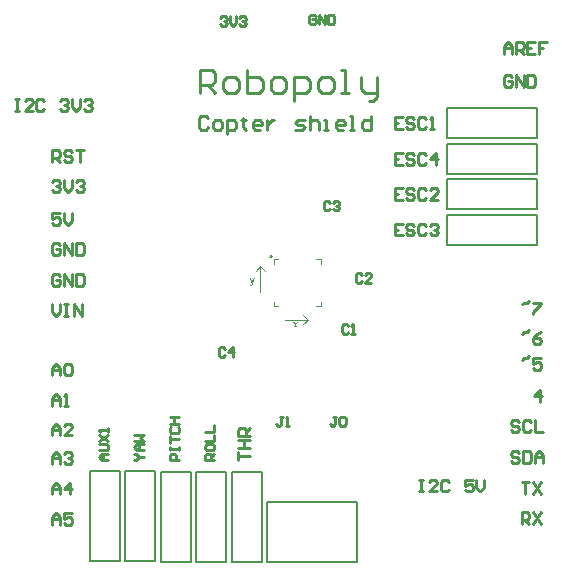
<source format=gto>
%FSAX42Y42*%
%MOMM*%
G71*
G01*
G75*
G04 Layer_Color=65535*
%ADD10R,1.30X1.60*%
%ADD11R,1.60X1.30*%
%ADD12R,0.80X0.33*%
%ADD13R,0.33X0.80*%
%ADD14C,0.25*%
%ADD15C,0.24*%
G04:AMPARAMS|DCode=16|XSize=3mm|YSize=1.5mm|CornerRadius=0mm|HoleSize=0mm|Usage=FLASHONLY|Rotation=0.000|XOffset=0mm|YOffset=0mm|HoleType=Round|Shape=Octagon|*
%AMOCTAGOND16*
4,1,8,1.50,-0.38,1.50,0.38,1.13,0.75,-1.13,0.75,-1.50,0.38,-1.50,-0.38,-1.13,-0.75,1.13,-0.75,1.50,-0.38,0.0*
%
%ADD16OCTAGOND16*%

%ADD17C,1.50*%
%ADD18C,1.30*%
%ADD19R,1.50X1.50*%
%ADD20R,1.50X1.50*%
%ADD21C,0.80*%
%ADD22R,1.10X0.60*%
%ADD23O,0.45X1.30*%
%ADD24C,0.20*%
%ADD25C,0.10*%
%ADD26C,0.08*%
%ADD27C,0.05*%
G36*
X004994Y004646D02*
X005011Y004622D01*
X005001D01*
X004992Y004637D01*
X004990Y004640D01*
X004977Y004622D01*
X004967D01*
X004984Y004646D01*
X004969Y004669D01*
X004978D01*
X004986Y004658D01*
X004986Y004658D01*
X004986Y004657D01*
X004986Y004657D01*
X004987Y004656D01*
X004988Y004654D01*
X004989Y004653D01*
X004989Y004653D01*
X004989Y004653D01*
X004990Y004654D01*
X004990Y004654D01*
X004991Y004655D01*
X004991Y004656D01*
X004992Y004658D01*
X005000Y004669D01*
X005010D01*
X004994Y004646D01*
D02*
G37*
G36*
X004625Y004992D02*
Y004992D01*
X004625Y004991D01*
X004625Y004991D01*
X004624Y004990D01*
X004624Y004990D01*
X004624Y004989D01*
X004623Y004988D01*
X004623Y004986D01*
X004622Y004984D01*
X004621Y004982D01*
X004621Y004982D01*
X004620Y004981D01*
X004620Y004981D01*
X004620Y004981D01*
X004620Y004980D01*
X004619Y004979D01*
X004618Y004978D01*
X004618Y004977D01*
X004617Y004976D01*
X004616Y004976D01*
X004616Y004975D01*
X004615Y004975D01*
X004615Y004975D01*
X004614Y004975D01*
X004613Y004974D01*
X004612Y004974D01*
X004611Y004974D01*
X004609Y004974D01*
X004609D01*
X004608Y004974D01*
X004608D01*
X004607Y004974D01*
X004606Y004974D01*
X004604Y004975D01*
X004603Y004982D01*
X004603D01*
X004604Y004982D01*
X004604Y004982D01*
X004605Y004982D01*
X004606Y004981D01*
X004608Y004981D01*
X004608D01*
X004609Y004981D01*
X004609D01*
X004611Y004982D01*
X004611Y004982D01*
X004612Y004982D01*
X004612D01*
X004612Y004982D01*
X004612Y004982D01*
X004613Y004983D01*
X004614Y004984D01*
X004615Y004985D01*
Y004985D01*
X004615Y004985D01*
X004615Y004985D01*
X004615Y004986D01*
X004615Y004987D01*
X004616Y004988D01*
X004616Y004989D01*
X004617Y004990D01*
X004617Y004991D01*
X004617Y004991D01*
X004617Y004992D01*
X004618Y004992D01*
X004600Y005039D01*
X004608D01*
X004618Y005012D01*
Y005012D01*
X004618Y005012D01*
X004618Y005012D01*
X004618Y005011D01*
X004619Y005010D01*
X004619Y005009D01*
X004620Y005007D01*
X004620Y005005D01*
X004621Y005004D01*
X004621Y005001D01*
Y005002D01*
X004622Y005002D01*
Y005002D01*
X004622Y005002D01*
X004622Y005003D01*
X004622Y005005D01*
X004623Y005006D01*
X004623Y005008D01*
X004624Y005010D01*
X004625Y005012D01*
X004635Y005039D01*
X004642D01*
X004625Y004992D01*
D02*
G37*
D14*
X004781Y005222D02*
G03*
X004781Y005222I-000006J000000D01*
G01*
X003400Y003500D02*
X003347D01*
X003320Y003527D01*
X003347Y003553D01*
X003400D01*
X003360D01*
Y003500D01*
X003320Y003580D02*
X003387D01*
X003400Y003593D01*
Y003620D01*
X003387Y003633D01*
X003320D01*
Y003660D02*
X003400Y003713D01*
X003320D02*
X003400Y003660D01*
Y003740D02*
Y003767D01*
Y003753D01*
X003320D01*
X003333Y003740D01*
X005433Y004634D02*
X005420Y004647D01*
X005393D01*
X005380Y004634D01*
Y004581D01*
X005393Y004567D01*
X005420D01*
X005433Y004581D01*
X005460Y004567D02*
X005487D01*
X005473D01*
Y004647D01*
X005460Y004634D01*
X005548Y005067D02*
X005535Y005080D01*
X005508D01*
X005495Y005067D01*
Y005013D01*
X005508Y005000D01*
X005535D01*
X005548Y005013D01*
X005628Y005000D02*
X005575D01*
X005628Y005053D01*
Y005067D01*
X005615Y005080D01*
X005588D01*
X005575Y005067D01*
X005278Y005679D02*
X005265Y005692D01*
X005238D01*
X005225Y005679D01*
Y005626D01*
X005238Y005612D01*
X005265D01*
X005278Y005626D01*
X005305Y005679D02*
X005318Y005692D01*
X005345D01*
X005358Y005679D01*
Y005666D01*
X005345Y005652D01*
X005332D01*
X005345D01*
X005358Y005639D01*
Y005626D01*
X005345Y005612D01*
X005318D01*
X005305Y005626D01*
X004388Y004442D02*
X004375Y004455D01*
X004348D01*
X004335Y004442D01*
Y004388D01*
X004348Y004375D01*
X004375D01*
X004388Y004388D01*
X004455Y004375D02*
Y004455D01*
X004415Y004415D01*
X004468D01*
X005892Y006400D02*
X005825D01*
Y006300D01*
X005892D01*
X005825Y006350D02*
X005858D01*
X005992Y006383D02*
X005975Y006400D01*
X005942D01*
X005925Y006383D01*
Y006367D01*
X005942Y006350D01*
X005975D01*
X005992Y006333D01*
Y006317D01*
X005975Y006300D01*
X005942D01*
X005925Y006317D01*
X006092Y006383D02*
X006075Y006400D01*
X006042D01*
X006025Y006383D01*
Y006317D01*
X006042Y006300D01*
X006075D01*
X006092Y006317D01*
X006125Y006300D02*
X006158D01*
X006142D01*
Y006400D01*
X006125Y006383D01*
X005892Y005800D02*
X005825D01*
Y005700D01*
X005892D01*
X005825Y005750D02*
X005858D01*
X005992Y005783D02*
X005975Y005800D01*
X005942D01*
X005925Y005783D01*
Y005767D01*
X005942Y005750D01*
X005975D01*
X005992Y005733D01*
Y005717D01*
X005975Y005700D01*
X005942D01*
X005925Y005717D01*
X006092Y005783D02*
X006075Y005800D01*
X006042D01*
X006025Y005783D01*
Y005717D01*
X006042Y005700D01*
X006075D01*
X006092Y005717D01*
X006192Y005700D02*
X006125D01*
X006192Y005767D01*
Y005783D01*
X006175Y005800D01*
X006142D01*
X006125Y005783D01*
X005892Y005500D02*
X005825D01*
Y005400D01*
X005892D01*
X005825Y005450D02*
X005858D01*
X005992Y005483D02*
X005975Y005500D01*
X005942D01*
X005925Y005483D01*
Y005467D01*
X005942Y005450D01*
X005975D01*
X005992Y005433D01*
Y005417D01*
X005975Y005400D01*
X005942D01*
X005925Y005417D01*
X006092Y005483D02*
X006075Y005500D01*
X006042D01*
X006025Y005483D01*
Y005417D01*
X006042Y005400D01*
X006075D01*
X006092Y005417D01*
X006125Y005483D02*
X006142Y005500D01*
X006175D01*
X006192Y005483D01*
Y005467D01*
X006175Y005450D01*
X006158D01*
X006175D01*
X006192Y005433D01*
Y005417D01*
X006175Y005400D01*
X006142D01*
X006125Y005417D01*
X005892Y006100D02*
X005825D01*
Y006000D01*
X005892D01*
X005825Y006050D02*
X005858D01*
X005992Y006083D02*
X005975Y006100D01*
X005942D01*
X005925Y006083D01*
Y006067D01*
X005942Y006050D01*
X005975D01*
X005992Y006033D01*
Y006017D01*
X005975Y006000D01*
X005942D01*
X005925Y006017D01*
X006092Y006083D02*
X006075Y006100D01*
X006042D01*
X006025Y006083D01*
Y006017D01*
X006042Y006000D01*
X006075D01*
X006092Y006017D01*
X006175Y006000D02*
Y006100D01*
X006125Y006050D01*
X006192D01*
X004000Y003500D02*
X003920D01*
Y003540D01*
X003933Y003553D01*
X003960D01*
X003973Y003540D01*
Y003500D01*
X003920Y003580D02*
Y003607D01*
Y003593D01*
X004000D01*
Y003580D01*
Y003607D01*
X003920Y003647D02*
Y003700D01*
Y003673D01*
X004000D01*
X003933Y003780D02*
X003920Y003767D01*
Y003740D01*
X003933Y003727D01*
X003987D01*
X004000Y003740D01*
Y003767D01*
X003987Y003780D01*
X003920Y003807D02*
X004000D01*
X003960D01*
Y003860D01*
X003920D01*
X004000D01*
X004300Y003500D02*
X004220D01*
Y003540D01*
X004233Y003553D01*
X004260D01*
X004273Y003540D01*
Y003500D01*
Y003527D02*
X004300Y003553D01*
X004220Y003620D02*
Y003593D01*
X004233Y003580D01*
X004287D01*
X004300Y003593D01*
Y003620D01*
X004287Y003633D01*
X004233D01*
X004220Y003620D01*
Y003660D02*
X004300D01*
Y003713D01*
X004220Y003740D02*
X004300D01*
Y003793D01*
X004500Y003500D02*
Y003567D01*
Y003533D01*
X004600D01*
X004500Y003600D02*
X004600D01*
X004550D01*
Y003667D01*
X004500D01*
X004600D01*
Y003700D02*
X004500D01*
Y003750D01*
X004517Y003767D01*
X004550D01*
X004567Y003750D01*
Y003700D01*
Y003733D02*
X004600Y003767D01*
X003620Y003500D02*
X003633D01*
X003660Y003527D01*
X003633Y003553D01*
X003620D01*
X003660Y003527D02*
X003700D01*
Y003580D02*
X003647D01*
X003620Y003607D01*
X003647Y003633D01*
X003700D01*
X003660D01*
Y003580D01*
X003620Y003660D02*
X003700D01*
X003673Y003687D01*
X003700Y003713D01*
X003620D01*
X004878Y003867D02*
X004852D01*
X004865D01*
Y003801D01*
X004852Y003788D01*
X004838D01*
X004825Y003801D01*
X004905Y003788D02*
X004932D01*
X004918D01*
Y003867D01*
X004905Y003854D01*
X005331Y003867D02*
X005304D01*
X005317D01*
Y003801D01*
X005304Y003788D01*
X005291D01*
X005278Y003801D01*
X005357Y003854D02*
X005371Y003867D01*
X005397D01*
X005411Y003854D01*
Y003801D01*
X005397Y003788D01*
X005371D01*
X005357Y003801D01*
Y003854D01*
X004350Y007242D02*
X004363Y007255D01*
X004390D01*
X004403Y007242D01*
Y007228D01*
X004390Y007215D01*
X004377D01*
X004390D01*
X004403Y007202D01*
Y007188D01*
X004390Y007175D01*
X004363D01*
X004350Y007188D01*
X004430Y007255D02*
Y007202D01*
X004457Y007175D01*
X004483Y007202D01*
Y007255D01*
X004510Y007242D02*
X004523Y007255D01*
X004550D01*
X004563Y007242D01*
Y007228D01*
X004550Y007215D01*
X004537D01*
X004550D01*
X004563Y007202D01*
Y007188D01*
X004550Y007175D01*
X004523D01*
X004510Y007188D01*
X004175Y006605D02*
Y006805D01*
X004275D01*
X004308Y006772D01*
Y006705D01*
X004275Y006672D01*
X004175D01*
X004242D02*
X004308Y006605D01*
X004408D02*
X004475D01*
X004508Y006638D01*
Y006705D01*
X004475Y006738D01*
X004408D01*
X004375Y006705D01*
Y006638D01*
X004408Y006605D01*
X004575Y006805D02*
Y006605D01*
X004675D01*
X004708Y006638D01*
Y006672D01*
Y006705D01*
X004675Y006738D01*
X004575D01*
X004808Y006605D02*
X004875D01*
X004908Y006638D01*
Y006705D01*
X004875Y006738D01*
X004808D01*
X004775Y006705D01*
Y006638D01*
X004808Y006605D01*
X004975Y006538D02*
Y006738D01*
X005075D01*
X005108Y006705D01*
Y006638D01*
X005075Y006605D01*
X004975D01*
X005208D02*
X005275D01*
X005308Y006638D01*
Y006705D01*
X005275Y006738D01*
X005208D01*
X005175Y006705D01*
Y006638D01*
X005208Y006605D01*
X005375D02*
X005441D01*
X005408D01*
Y006805D01*
X005375D01*
X005541Y006738D02*
Y006638D01*
X005575Y006605D01*
X005675D01*
Y006572D01*
X005641Y006538D01*
X005608D01*
X005675Y006605D02*
Y006738D01*
X004245Y006395D02*
X004225Y006415D01*
X004185D01*
X004165Y006395D01*
Y006315D01*
X004185Y006295D01*
X004225D01*
X004245Y006315D01*
X004305Y006295D02*
X004345D01*
X004365Y006315D01*
Y006355D01*
X004345Y006375D01*
X004305D01*
X004285Y006355D01*
Y006315D01*
X004305Y006295D01*
X004405Y006255D02*
Y006375D01*
X004465D01*
X004485Y006355D01*
Y006315D01*
X004465Y006295D01*
X004405D01*
X004545Y006395D02*
Y006375D01*
X004525D01*
X004565D01*
X004545D01*
Y006315D01*
X004565Y006295D01*
X004685D02*
X004645D01*
X004625Y006315D01*
Y006355D01*
X004645Y006375D01*
X004685D01*
X004705Y006355D01*
Y006335D01*
X004625D01*
X004745Y006375D02*
Y006295D01*
Y006335D01*
X004765Y006355D01*
X004785Y006375D01*
X004805D01*
X004985Y006295D02*
X005045D01*
X005065Y006315D01*
X005045Y006335D01*
X005005D01*
X004985Y006355D01*
X005005Y006375D01*
X005065D01*
X005105Y006415D02*
Y006295D01*
Y006355D01*
X005125Y006375D01*
X005165D01*
X005185Y006355D01*
Y006295D01*
X005225D02*
X005265D01*
X005245D01*
Y006375D01*
X005225D01*
X005385Y006295D02*
X005345D01*
X005325Y006315D01*
Y006355D01*
X005345Y006375D01*
X005385D01*
X005405Y006355D01*
Y006335D01*
X005325D01*
X005445Y006295D02*
X005485D01*
X005465D01*
Y006415D01*
X005445D01*
X005625D02*
Y006295D01*
X005565D01*
X005545Y006315D01*
Y006355D01*
X005565Y006375D01*
X005625D01*
X006035Y003332D02*
X006068D01*
X006052D01*
Y003233D01*
X006035D01*
X006068D01*
X006185D02*
X006118D01*
X006185Y003299D01*
Y003316D01*
X006168Y003332D01*
X006135D01*
X006118Y003316D01*
X006285D02*
X006268Y003332D01*
X006235D01*
X006218Y003316D01*
Y003249D01*
X006235Y003233D01*
X006268D01*
X006285Y003249D01*
X006485Y003332D02*
X006418D01*
Y003282D01*
X006452Y003299D01*
X006468D01*
X006485Y003282D01*
Y003249D01*
X006468Y003233D01*
X006435D01*
X006418Y003249D01*
X006518Y003332D02*
Y003266D01*
X006551Y003233D01*
X006585Y003266D01*
Y003332D01*
X002610Y006557D02*
X002643D01*
X002627D01*
Y006457D01*
X002610D01*
X002643D01*
X002760D02*
X002693D01*
X002760Y006524D01*
Y006541D01*
X002743Y006557D01*
X002710D01*
X002693Y006541D01*
X002860D02*
X002843Y006557D01*
X002810D01*
X002793Y006541D01*
Y006474D01*
X002810Y006457D01*
X002843D01*
X002860Y006474D01*
X002993Y006541D02*
X003010Y006557D01*
X003043D01*
X003060Y006541D01*
Y006524D01*
X003043Y006507D01*
X003027D01*
X003043D01*
X003060Y006491D01*
Y006474D01*
X003043Y006457D01*
X003010D01*
X002993Y006474D01*
X003093Y006557D02*
Y006491D01*
X003126Y006457D01*
X003160Y006491D01*
Y006557D01*
X003193Y006541D02*
X003210Y006557D01*
X003243D01*
X003260Y006541D01*
Y006524D01*
X003243Y006507D01*
X003226D01*
X003243D01*
X003260Y006491D01*
Y006474D01*
X003243Y006457D01*
X003210D01*
X003193Y006474D01*
X002925Y005856D02*
X002942Y005872D01*
X002975D01*
X002992Y005856D01*
Y005839D01*
X002975Y005822D01*
X002958D01*
X002975D01*
X002992Y005806D01*
Y005789D01*
X002975Y005772D01*
X002942D01*
X002925Y005789D01*
X003025Y005872D02*
Y005806D01*
X003058Y005772D01*
X003092Y005806D01*
Y005872D01*
X003125Y005856D02*
X003142Y005872D01*
X003175D01*
X003192Y005856D01*
Y005839D01*
X003175Y005822D01*
X003158D01*
X003175D01*
X003192Y005806D01*
Y005789D01*
X003175Y005772D01*
X003142D01*
X003125Y005789D01*
X002992Y005587D02*
X002925D01*
Y005537D01*
X002958Y005554D01*
X002975D01*
X002992Y005537D01*
Y005504D01*
X002975Y005488D01*
X002942D01*
X002925Y005504D01*
X003025Y005587D02*
Y005521D01*
X003058Y005488D01*
X003092Y005521D01*
Y005587D01*
X002992Y005321D02*
X002975Y005337D01*
X002942D01*
X002925Y005321D01*
Y005254D01*
X002942Y005238D01*
X002975D01*
X002992Y005254D01*
Y005287D01*
X002958D01*
X003025Y005238D02*
Y005337D01*
X003092Y005238D01*
Y005337D01*
X003125D02*
Y005238D01*
X003175D01*
X003192Y005254D01*
Y005321D01*
X003175Y005337D01*
X003125D01*
X002992Y005056D02*
X002975Y005072D01*
X002942D01*
X002925Y005056D01*
Y004989D01*
X002942Y004972D01*
X002975D01*
X002992Y004989D01*
Y005022D01*
X002958D01*
X003025Y004972D02*
Y005072D01*
X003092Y004972D01*
Y005072D01*
X003125D02*
Y004972D01*
X003175D01*
X003192Y004989D01*
Y005056D01*
X003175Y005072D01*
X003125D01*
X002925Y004817D02*
Y004751D01*
X002958Y004717D01*
X002992Y004751D01*
Y004817D01*
X003025D02*
X003058D01*
X003042D01*
Y004717D01*
X003025D01*
X003058D01*
X003108D02*
Y004817D01*
X003175Y004717D01*
Y004817D01*
X002925Y004215D02*
Y004282D01*
X002958Y004315D01*
X002992Y004282D01*
Y004215D01*
Y004265D01*
X002925D01*
X003025Y004298D02*
X003042Y004315D01*
X003075D01*
X003092Y004298D01*
Y004232D01*
X003075Y004215D01*
X003042D01*
X003025Y004232D01*
Y004298D01*
X002925Y003958D02*
Y004024D01*
X002958Y004057D01*
X002992Y004024D01*
Y003958D01*
Y004007D01*
X002925D01*
X003025Y003958D02*
X003058D01*
X003042D01*
Y004057D01*
X003025Y004041D01*
X002925Y003708D02*
Y003774D01*
X002958Y003807D01*
X002992Y003774D01*
Y003708D01*
Y003757D01*
X002925D01*
X003092Y003708D02*
X003025D01*
X003092Y003774D01*
Y003791D01*
X003075Y003807D01*
X003042D01*
X003025Y003791D01*
X002925Y003467D02*
Y003534D01*
X002958Y003567D01*
X002992Y003534D01*
Y003467D01*
Y003517D01*
X002925D01*
X003025Y003551D02*
X003042Y003567D01*
X003075D01*
X003092Y003551D01*
Y003534D01*
X003075Y003517D01*
X003058D01*
X003075D01*
X003092Y003501D01*
Y003484D01*
X003075Y003467D01*
X003042D01*
X003025Y003484D01*
X002925Y003208D02*
Y003274D01*
X002958Y003307D01*
X002992Y003274D01*
Y003208D01*
Y003257D01*
X002925D01*
X003075Y003208D02*
Y003307D01*
X003025Y003257D01*
X003092D01*
X002925Y002950D02*
Y003017D01*
X002958Y003050D01*
X002992Y003017D01*
Y002950D01*
Y003000D01*
X002925D01*
X003092Y003050D02*
X003025D01*
Y003000D01*
X003058Y003017D01*
X003075D01*
X003092Y003000D01*
Y002967D01*
X003075Y002950D01*
X003042D01*
X003025Y002967D01*
X006900Y003315D02*
X006967D01*
X006933D01*
Y003215D01*
X007000Y003315D02*
X007067Y003215D01*
Y003315D02*
X007000Y003215D01*
X006900Y002955D02*
Y003055D01*
X006950D01*
X006967Y003038D01*
Y003005D01*
X006950Y002988D01*
X006900D01*
X006933D02*
X006967Y002955D01*
X007000Y003055D02*
X007067Y002955D01*
Y003055D02*
X007000Y002955D01*
X006879Y003558D02*
X006862Y003575D01*
X006829D01*
X006812Y003558D01*
Y003542D01*
X006829Y003525D01*
X006862D01*
X006879Y003508D01*
Y003492D01*
X006862Y003475D01*
X006829D01*
X006812Y003492D01*
X006912Y003575D02*
Y003475D01*
X006962D01*
X006979Y003492D01*
Y003558D01*
X006962Y003575D01*
X006912D01*
X007012Y003475D02*
Y003542D01*
X007046Y003575D01*
X007079Y003542D01*
Y003475D01*
Y003525D01*
X007012D01*
X006879Y003818D02*
X006862Y003835D01*
X006829D01*
X006812Y003818D01*
Y003802D01*
X006829Y003785D01*
X006862D01*
X006879Y003768D01*
Y003752D01*
X006862Y003735D01*
X006829D01*
X006812Y003752D01*
X006979Y003818D02*
X006962Y003835D01*
X006929D01*
X006912Y003818D01*
Y003752D01*
X006929Y003735D01*
X006962D01*
X006979Y003752D01*
X007012Y003835D02*
Y003735D01*
X007079D01*
X006817Y006738D02*
X006800Y006755D01*
X006767D01*
X006750Y006738D01*
Y006672D01*
X006767Y006655D01*
X006800D01*
X006817Y006672D01*
Y006705D01*
X006783D01*
X006850Y006655D02*
Y006755D01*
X006917Y006655D01*
Y006755D01*
X006950D02*
Y006655D01*
X007000D01*
X007017Y006672D01*
Y006738D01*
X007000Y006755D01*
X006950D01*
X002925Y006025D02*
Y006125D01*
X002975D01*
X002992Y006108D01*
Y006075D01*
X002975Y006058D01*
X002925D01*
X002958D02*
X002992Y006025D01*
X003092Y006108D02*
X003075Y006125D01*
X003042D01*
X003025Y006108D01*
Y006092D01*
X003042Y006075D01*
X003075D01*
X003092Y006058D01*
Y006042D01*
X003075Y006025D01*
X003042D01*
X003025Y006042D01*
X003125Y006125D02*
X003192D01*
X003158D01*
Y006025D01*
X006750Y006938D02*
Y007004D01*
X006783Y007037D01*
X006817Y007004D01*
Y006938D01*
Y006987D01*
X006750D01*
X006850Y006938D02*
Y007037D01*
X006900D01*
X006917Y007021D01*
Y006987D01*
X006900Y006971D01*
X006850D01*
X006883D02*
X006917Y006938D01*
X007017Y007037D02*
X006950D01*
Y006938D01*
X007017D01*
X006950Y006987D02*
X006983D01*
X007117Y007037D02*
X007050D01*
Y006987D01*
X007083D01*
X007050D01*
Y006938D01*
X007057Y003990D02*
Y004090D01*
X007007Y004040D01*
X007074D01*
X006900Y004348D02*
X006917Y004365D01*
X006950D01*
X006967Y004382D01*
X007067Y004365D02*
X007000D01*
Y004315D01*
X007033Y004332D01*
X007050D01*
X007067Y004315D01*
Y004282D01*
X007050Y004265D01*
X007017D01*
X007000Y004282D01*
X006900Y004566D02*
X006917Y004582D01*
X006950D01*
X006967Y004599D01*
X007067Y004582D02*
X007033Y004566D01*
X007000Y004532D01*
Y004499D01*
X007017Y004483D01*
X007050D01*
X007067Y004499D01*
Y004516D01*
X007050Y004532D01*
X007000D01*
X006900Y004816D02*
X006917Y004832D01*
X006950D01*
X006967Y004849D01*
X007000Y004832D02*
X007067D01*
Y004816D01*
X007000Y004749D01*
Y004733D01*
X005156Y007257D02*
X005142Y007270D01*
X005116D01*
X005103Y007257D01*
Y007203D01*
X005116Y007190D01*
X005142D01*
X005156Y007203D01*
Y007230D01*
X005129D01*
X005182Y007190D02*
Y007270D01*
X005236Y007190D01*
Y007270D01*
X005262D02*
Y007190D01*
X005302D01*
X005316Y007203D01*
Y007257D01*
X005302Y007270D01*
X005262D01*
D24*
X005508Y002638D02*
Y003146D01*
X005021Y002638D02*
X005508D01*
X004746Y003146D02*
X005508D01*
X004746Y002638D02*
X005508D01*
X004746D02*
Y003146D01*
X003500Y002643D02*
Y003405D01*
X003246D02*
X003500D01*
X003246Y002643D02*
Y003405D01*
Y002643D02*
X003500D01*
X007027Y005923D02*
Y006177D01*
X006265Y005923D02*
X007027D01*
X006265D02*
Y006177D01*
X007027D01*
Y005323D02*
Y005577D01*
X006265Y005323D02*
X007027D01*
X006265D02*
Y005577D01*
X007027D01*
X003846Y002638D02*
X004100D01*
X003846D02*
Y003400D01*
X004100D01*
Y002638D02*
Y003400D01*
X007027Y005623D02*
Y005877D01*
X006265Y005623D02*
X007027D01*
X006265D02*
Y005877D01*
X007027D01*
X004146Y002638D02*
X004400D01*
X004146D02*
Y003400D01*
X004400D01*
Y002638D02*
Y003400D01*
X003546Y002643D02*
X003800D01*
X003546D02*
Y003405D01*
X003800D01*
Y002643D02*
Y003405D01*
X007027Y006223D02*
Y006477D01*
X006265Y006223D02*
X007027D01*
X006265D02*
Y006477D01*
X007027D01*
X004446Y002635D02*
X004700D01*
X004446D02*
Y003397D01*
X004700D01*
Y002635D02*
Y003397D01*
D25*
X004650Y005100D02*
X004688Y005138D01*
X004688D01*
X004725Y005100D01*
X004688Y004925D02*
Y005138D01*
X005050Y004650D02*
X005088Y004688D01*
X005050Y004725D02*
X005088Y004688D01*
X004900D02*
X005088D01*
D26*
X004725Y005100D02*
X004725D01*
X004688Y005138D02*
Y005138D01*
D27*
X005160Y004800D02*
X005200D01*
Y004840D01*
Y005160D02*
Y005200D01*
X005160D02*
X005200D01*
X004800D02*
X004840D01*
X004800Y005160D02*
Y005200D01*
Y004800D02*
Y004840D01*
Y004800D02*
X004840D01*
M02*

</source>
